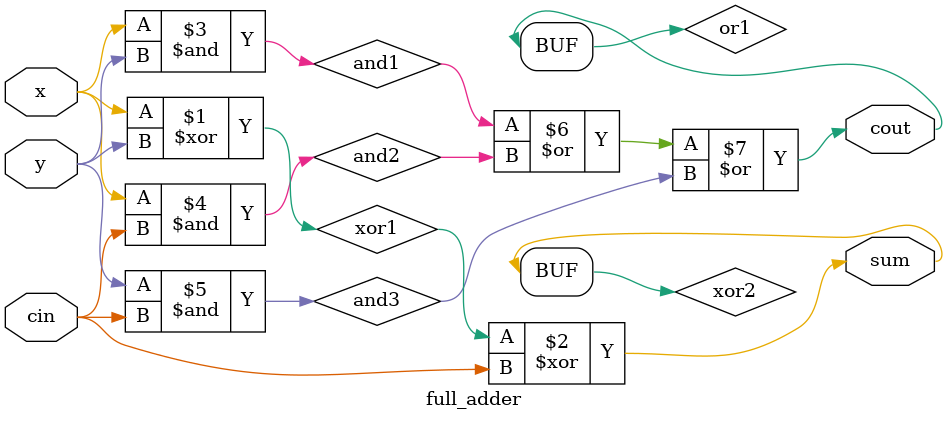
<source format=sv>
module top_module (
  input [3:0] x,
  input [3:0] y,
  output [4:0] sum
);

  wire [3:0] carry;
  
  // Instantiating full adders
  // Connect the inputs and outputs of the full adders
  generate
    genvar i;
    for (i = 0; i < 4; i = i + 1) begin : adder_loop
      full_adder FA (
        .x(x[i]),
        .y(y[i]),
        .cin(carry[i]),
        .sum(sum[i]),
        .cout(carry[i+1])
      );
    end
  endgenerate

  // Connect the overflow bit
  assign sum[4] = carry[4];

endmodule
module full_adder (
  input x,
  input y,
  input cin,
  output sum,
  output cout
);
  wire w1, w2, w3;
  
  // Implement the XOR gates
  xor(xor1, x, y);
  xor(xor2, xor1, cin);
  
  // Implement the AND gates
  and(and1, x, y);
  and(and2, x, cin);
  and(and3, y, cin);
  
  // Implement the OR gate
  or(or1, and1, and2, and3);
  
  // Assign the outputs
  assign sum = xor2;
  assign cout = or1;
  
endmodule

</source>
